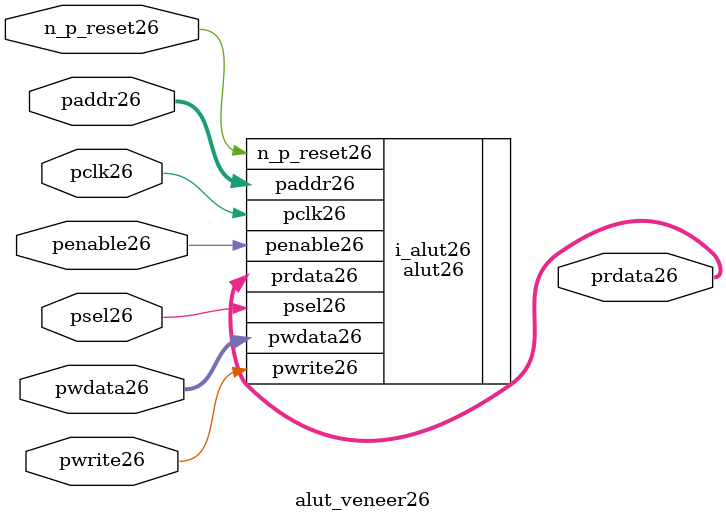
<source format=v>
module alut_veneer26
(   
   // Inputs26
   pclk26,
   n_p_reset26,
   psel26,            
   penable26,       
   pwrite26,         
   paddr26,           
   pwdata26,          

   // Outputs26
   prdata26  
);

   // APB26 Inputs26
   input             pclk26;               // APB26 clock26                          
   input             n_p_reset26;          // Reset26                              
   input             psel26;               // Module26 select26 signal26               
   input             penable26;            // Enable26 signal26                      
   input             pwrite26;             // Write when HIGH26 and read when LOW26  
   input [6:0]       paddr26;              // Address bus for read write         
   input [31:0]      pwdata26;             // APB26 write bus                      

   output [31:0]     prdata26;             // APB26 read bus                       


//-----------------------------------------------------------------------
//##############################################################################
// if the ALUT26 is NOT26 black26 boxed26 
//##############################################################################
`ifndef FV_KIT_BLACK_BOX_LUT26 


alut26 i_alut26 (
        //inputs26
        . n_p_reset26(n_p_reset26),
        . pclk26(pclk26),
        . psel26(psel26),
        . penable26(penable26),
        . pwrite26(pwrite26),
        . paddr26(paddr26[6:0]),
        . pwdata26(pwdata26),

        //outputs26
        . prdata26(prdata26)
);


`else 
//##############################################################################
// if the <module> is black26 boxed26 
//##############################################################################

   // APB26 Inputs26
   wire              pclk26;               // APB26 clock26                          
   wire              n_p_reset26;          // Reset26                              
   wire              psel26;               // Module26 select26 signal26               
   wire              penable26;            // Enable26 signal26                      
   wire              pwrite26;             // Write when HIGH26 and read when LOW26  
   wire  [6:0]       paddr26;              // Address bus for read write         
   wire  [31:0]      pwdata26;             // APB26 write bus                      

   reg   [31:0]      prdata26;             // APB26 read bus                       


`endif

endmodule

</source>
